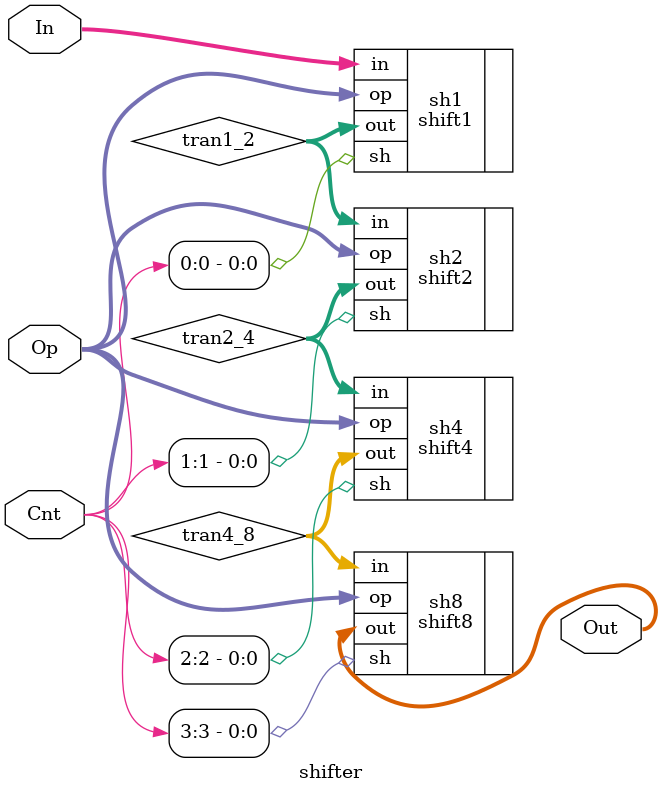
<source format=v>
module shifter (In, Cnt, Op, Out);
   
   input [15:0] In;
   input [3:0]  Cnt;
   input [1:0]  Op;
   output [15:0] Out;

   wire [15:0] tran1_2;
   wire [15:0] tran2_4;
   wire [15:0] tran4_8;
   
   shift1 sh1 (.in(In),      .op(Op), .sh(Cnt[0]), .out(tran1_2));
   shift2 sh2 (.in(tran1_2), .op(Op), .sh(Cnt[1]), .out(tran2_4));
   shift4 sh4 (.in(tran2_4), .op(Op), .sh(Cnt[2]), .out(tran4_8));
   shift8 sh8 (.in(tran4_8), .op(Op), .sh(Cnt[3]), .out(Out));
   
endmodule


</source>
